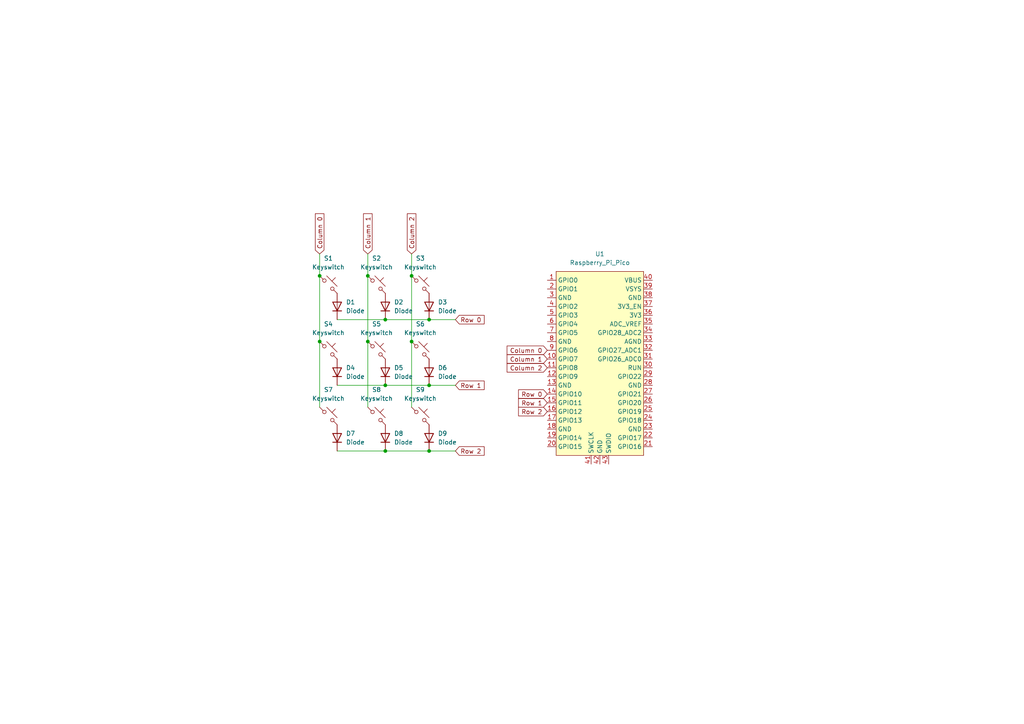
<source format=kicad_sch>
(kicad_sch
	(version 20231120)
	(generator "eeschema")
	(generator_version "8.0")
	(uuid "05311c9d-2b4a-43fe-b945-9babcc3cd2a8")
	(paper "A4")
	(title_block
		(title "3x3 PiPico Macropad")
		(date "2025-05-09")
		(rev "1")
	)
	(lib_symbols
		(symbol "ScottoKeebs:MCU_Raspberry_Pi_Pico"
			(exclude_from_sim no)
			(in_bom yes)
			(on_board yes)
			(property "Reference" "U"
				(at 0 0 0)
				(effects
					(font
						(size 1.27 1.27)
					)
				)
			)
			(property "Value" "Raspberry_Pi_Pico"
				(at 0 27.94 0)
				(effects
					(font
						(size 1.27 1.27)
					)
				)
			)
			(property "Footprint" "ScottoKeebs_MCU:Raspberry_Pi_Pico"
				(at 0 30.48 0)
				(effects
					(font
						(size 1.27 1.27)
					)
					(hide yes)
				)
			)
			(property "Datasheet" ""
				(at 0 0 0)
				(effects
					(font
						(size 1.27 1.27)
					)
					(hide yes)
				)
			)
			(property "Description" ""
				(at 0 0 0)
				(effects
					(font
						(size 1.27 1.27)
					)
					(hide yes)
				)
			)
			(symbol "MCU_Raspberry_Pi_Pico_0_1"
				(rectangle
					(start -12.7 26.67)
					(end 12.7 -26.67)
					(stroke
						(width 0)
						(type default)
					)
					(fill
						(type background)
					)
				)
			)
			(symbol "MCU_Raspberry_Pi_Pico_1_1"
				(pin bidirectional line
					(at -15.24 24.13 0)
					(length 2.54)
					(name "GPIO0"
						(effects
							(font
								(size 1.27 1.27)
							)
						)
					)
					(number "1"
						(effects
							(font
								(size 1.27 1.27)
							)
						)
					)
				)
				(pin bidirectional line
					(at -15.24 1.27 0)
					(length 2.54)
					(name "GPIO7"
						(effects
							(font
								(size 1.27 1.27)
							)
						)
					)
					(number "10"
						(effects
							(font
								(size 1.27 1.27)
							)
						)
					)
				)
				(pin bidirectional line
					(at -15.24 -1.27 0)
					(length 2.54)
					(name "GPIO8"
						(effects
							(font
								(size 1.27 1.27)
							)
						)
					)
					(number "11"
						(effects
							(font
								(size 1.27 1.27)
							)
						)
					)
				)
				(pin bidirectional line
					(at -15.24 -3.81 0)
					(length 2.54)
					(name "GPIO9"
						(effects
							(font
								(size 1.27 1.27)
							)
						)
					)
					(number "12"
						(effects
							(font
								(size 1.27 1.27)
							)
						)
					)
				)
				(pin power_in line
					(at -15.24 -6.35 0)
					(length 2.54)
					(name "GND"
						(effects
							(font
								(size 1.27 1.27)
							)
						)
					)
					(number "13"
						(effects
							(font
								(size 1.27 1.27)
							)
						)
					)
				)
				(pin bidirectional line
					(at -15.24 -8.89 0)
					(length 2.54)
					(name "GPIO10"
						(effects
							(font
								(size 1.27 1.27)
							)
						)
					)
					(number "14"
						(effects
							(font
								(size 1.27 1.27)
							)
						)
					)
				)
				(pin bidirectional line
					(at -15.24 -11.43 0)
					(length 2.54)
					(name "GPIO11"
						(effects
							(font
								(size 1.27 1.27)
							)
						)
					)
					(number "15"
						(effects
							(font
								(size 1.27 1.27)
							)
						)
					)
				)
				(pin bidirectional line
					(at -15.24 -13.97 0)
					(length 2.54)
					(name "GPIO12"
						(effects
							(font
								(size 1.27 1.27)
							)
						)
					)
					(number "16"
						(effects
							(font
								(size 1.27 1.27)
							)
						)
					)
				)
				(pin bidirectional line
					(at -15.24 -16.51 0)
					(length 2.54)
					(name "GPIO13"
						(effects
							(font
								(size 1.27 1.27)
							)
						)
					)
					(number "17"
						(effects
							(font
								(size 1.27 1.27)
							)
						)
					)
				)
				(pin power_in line
					(at -15.24 -19.05 0)
					(length 2.54)
					(name "GND"
						(effects
							(font
								(size 1.27 1.27)
							)
						)
					)
					(number "18"
						(effects
							(font
								(size 1.27 1.27)
							)
						)
					)
				)
				(pin bidirectional line
					(at -15.24 -21.59 0)
					(length 2.54)
					(name "GPIO14"
						(effects
							(font
								(size 1.27 1.27)
							)
						)
					)
					(number "19"
						(effects
							(font
								(size 1.27 1.27)
							)
						)
					)
				)
				(pin bidirectional line
					(at -15.24 21.59 0)
					(length 2.54)
					(name "GPIO1"
						(effects
							(font
								(size 1.27 1.27)
							)
						)
					)
					(number "2"
						(effects
							(font
								(size 1.27 1.27)
							)
						)
					)
				)
				(pin bidirectional line
					(at -15.24 -24.13 0)
					(length 2.54)
					(name "GPIO15"
						(effects
							(font
								(size 1.27 1.27)
							)
						)
					)
					(number "20"
						(effects
							(font
								(size 1.27 1.27)
							)
						)
					)
				)
				(pin bidirectional line
					(at 15.24 -24.13 180)
					(length 2.54)
					(name "GPIO16"
						(effects
							(font
								(size 1.27 1.27)
							)
						)
					)
					(number "21"
						(effects
							(font
								(size 1.27 1.27)
							)
						)
					)
				)
				(pin bidirectional line
					(at 15.24 -21.59 180)
					(length 2.54)
					(name "GPIO17"
						(effects
							(font
								(size 1.27 1.27)
							)
						)
					)
					(number "22"
						(effects
							(font
								(size 1.27 1.27)
							)
						)
					)
				)
				(pin power_in line
					(at 15.24 -19.05 180)
					(length 2.54)
					(name "GND"
						(effects
							(font
								(size 1.27 1.27)
							)
						)
					)
					(number "23"
						(effects
							(font
								(size 1.27 1.27)
							)
						)
					)
				)
				(pin bidirectional line
					(at 15.24 -16.51 180)
					(length 2.54)
					(name "GPIO18"
						(effects
							(font
								(size 1.27 1.27)
							)
						)
					)
					(number "24"
						(effects
							(font
								(size 1.27 1.27)
							)
						)
					)
				)
				(pin bidirectional line
					(at 15.24 -13.97 180)
					(length 2.54)
					(name "GPIO19"
						(effects
							(font
								(size 1.27 1.27)
							)
						)
					)
					(number "25"
						(effects
							(font
								(size 1.27 1.27)
							)
						)
					)
				)
				(pin bidirectional line
					(at 15.24 -11.43 180)
					(length 2.54)
					(name "GPIO20"
						(effects
							(font
								(size 1.27 1.27)
							)
						)
					)
					(number "26"
						(effects
							(font
								(size 1.27 1.27)
							)
						)
					)
				)
				(pin bidirectional line
					(at 15.24 -8.89 180)
					(length 2.54)
					(name "GPIO21"
						(effects
							(font
								(size 1.27 1.27)
							)
						)
					)
					(number "27"
						(effects
							(font
								(size 1.27 1.27)
							)
						)
					)
				)
				(pin power_in line
					(at 15.24 -6.35 180)
					(length 2.54)
					(name "GND"
						(effects
							(font
								(size 1.27 1.27)
							)
						)
					)
					(number "28"
						(effects
							(font
								(size 1.27 1.27)
							)
						)
					)
				)
				(pin bidirectional line
					(at 15.24 -3.81 180)
					(length 2.54)
					(name "GPIO22"
						(effects
							(font
								(size 1.27 1.27)
							)
						)
					)
					(number "29"
						(effects
							(font
								(size 1.27 1.27)
							)
						)
					)
				)
				(pin power_in line
					(at -15.24 19.05 0)
					(length 2.54)
					(name "GND"
						(effects
							(font
								(size 1.27 1.27)
							)
						)
					)
					(number "3"
						(effects
							(font
								(size 1.27 1.27)
							)
						)
					)
				)
				(pin input line
					(at 15.24 -1.27 180)
					(length 2.54)
					(name "RUN"
						(effects
							(font
								(size 1.27 1.27)
							)
						)
					)
					(number "30"
						(effects
							(font
								(size 1.27 1.27)
							)
						)
					)
				)
				(pin bidirectional line
					(at 15.24 1.27 180)
					(length 2.54)
					(name "GPIO26_ADC0"
						(effects
							(font
								(size 1.27 1.27)
							)
						)
					)
					(number "31"
						(effects
							(font
								(size 1.27 1.27)
							)
						)
					)
				)
				(pin bidirectional line
					(at 15.24 3.81 180)
					(length 2.54)
					(name "GPIO27_ADC1"
						(effects
							(font
								(size 1.27 1.27)
							)
						)
					)
					(number "32"
						(effects
							(font
								(size 1.27 1.27)
							)
						)
					)
				)
				(pin power_in line
					(at 15.24 6.35 180)
					(length 2.54)
					(name "AGND"
						(effects
							(font
								(size 1.27 1.27)
							)
						)
					)
					(number "33"
						(effects
							(font
								(size 1.27 1.27)
							)
						)
					)
				)
				(pin bidirectional line
					(at 15.24 8.89 180)
					(length 2.54)
					(name "GPIO28_ADC2"
						(effects
							(font
								(size 1.27 1.27)
							)
						)
					)
					(number "34"
						(effects
							(font
								(size 1.27 1.27)
							)
						)
					)
				)
				(pin power_in line
					(at 15.24 11.43 180)
					(length 2.54)
					(name "ADC_VREF"
						(effects
							(font
								(size 1.27 1.27)
							)
						)
					)
					(number "35"
						(effects
							(font
								(size 1.27 1.27)
							)
						)
					)
				)
				(pin power_in line
					(at 15.24 13.97 180)
					(length 2.54)
					(name "3V3"
						(effects
							(font
								(size 1.27 1.27)
							)
						)
					)
					(number "36"
						(effects
							(font
								(size 1.27 1.27)
							)
						)
					)
				)
				(pin input line
					(at 15.24 16.51 180)
					(length 2.54)
					(name "3V3_EN"
						(effects
							(font
								(size 1.27 1.27)
							)
						)
					)
					(number "37"
						(effects
							(font
								(size 1.27 1.27)
							)
						)
					)
				)
				(pin bidirectional line
					(at 15.24 19.05 180)
					(length 2.54)
					(name "GND"
						(effects
							(font
								(size 1.27 1.27)
							)
						)
					)
					(number "38"
						(effects
							(font
								(size 1.27 1.27)
							)
						)
					)
				)
				(pin power_in line
					(at 15.24 21.59 180)
					(length 2.54)
					(name "VSYS"
						(effects
							(font
								(size 1.27 1.27)
							)
						)
					)
					(number "39"
						(effects
							(font
								(size 1.27 1.27)
							)
						)
					)
				)
				(pin bidirectional line
					(at -15.24 16.51 0)
					(length 2.54)
					(name "GPIO2"
						(effects
							(font
								(size 1.27 1.27)
							)
						)
					)
					(number "4"
						(effects
							(font
								(size 1.27 1.27)
							)
						)
					)
				)
				(pin power_in line
					(at 15.24 24.13 180)
					(length 2.54)
					(name "VBUS"
						(effects
							(font
								(size 1.27 1.27)
							)
						)
					)
					(number "40"
						(effects
							(font
								(size 1.27 1.27)
							)
						)
					)
				)
				(pin input line
					(at -2.54 -29.21 90)
					(length 2.54)
					(name "SWCLK"
						(effects
							(font
								(size 1.27 1.27)
							)
						)
					)
					(number "41"
						(effects
							(font
								(size 1.27 1.27)
							)
						)
					)
				)
				(pin power_in line
					(at 0 -29.21 90)
					(length 2.54)
					(name "GND"
						(effects
							(font
								(size 1.27 1.27)
							)
						)
					)
					(number "42"
						(effects
							(font
								(size 1.27 1.27)
							)
						)
					)
				)
				(pin bidirectional line
					(at 2.54 -29.21 90)
					(length 2.54)
					(name "SWDIO"
						(effects
							(font
								(size 1.27 1.27)
							)
						)
					)
					(number "43"
						(effects
							(font
								(size 1.27 1.27)
							)
						)
					)
				)
				(pin bidirectional line
					(at -15.24 13.97 0)
					(length 2.54)
					(name "GPIO3"
						(effects
							(font
								(size 1.27 1.27)
							)
						)
					)
					(number "5"
						(effects
							(font
								(size 1.27 1.27)
							)
						)
					)
				)
				(pin bidirectional line
					(at -15.24 11.43 0)
					(length 2.54)
					(name "GPIO4"
						(effects
							(font
								(size 1.27 1.27)
							)
						)
					)
					(number "6"
						(effects
							(font
								(size 1.27 1.27)
							)
						)
					)
				)
				(pin bidirectional line
					(at -15.24 8.89 0)
					(length 2.54)
					(name "GPIO5"
						(effects
							(font
								(size 1.27 1.27)
							)
						)
					)
					(number "7"
						(effects
							(font
								(size 1.27 1.27)
							)
						)
					)
				)
				(pin power_in line
					(at -15.24 6.35 0)
					(length 2.54)
					(name "GND"
						(effects
							(font
								(size 1.27 1.27)
							)
						)
					)
					(number "8"
						(effects
							(font
								(size 1.27 1.27)
							)
						)
					)
				)
				(pin bidirectional line
					(at -15.24 3.81 0)
					(length 2.54)
					(name "GPIO6"
						(effects
							(font
								(size 1.27 1.27)
							)
						)
					)
					(number "9"
						(effects
							(font
								(size 1.27 1.27)
							)
						)
					)
				)
			)
		)
		(symbol "ScottoKeebs:Placeholder_Diode"
			(pin_numbers hide)
			(pin_names hide)
			(exclude_from_sim no)
			(in_bom yes)
			(on_board yes)
			(property "Reference" "D"
				(at 0 2.54 0)
				(effects
					(font
						(size 1.27 1.27)
					)
				)
			)
			(property "Value" "Diode"
				(at 0 -2.54 0)
				(effects
					(font
						(size 1.27 1.27)
					)
				)
			)
			(property "Footprint" ""
				(at 0 0 0)
				(effects
					(font
						(size 1.27 1.27)
					)
					(hide yes)
				)
			)
			(property "Datasheet" ""
				(at 0 0 0)
				(effects
					(font
						(size 1.27 1.27)
					)
					(hide yes)
				)
			)
			(property "Description" "1N4148 (DO-35) or 1N4148W (SOD-123)"
				(at 0 0 0)
				(effects
					(font
						(size 1.27 1.27)
					)
					(hide yes)
				)
			)
			(property "Sim.Device" "D"
				(at 0 0 0)
				(effects
					(font
						(size 1.27 1.27)
					)
					(hide yes)
				)
			)
			(property "Sim.Pins" "1=K 2=A"
				(at 0 0 0)
				(effects
					(font
						(size 1.27 1.27)
					)
					(hide yes)
				)
			)
			(property "ki_keywords" "diode"
				(at 0 0 0)
				(effects
					(font
						(size 1.27 1.27)
					)
					(hide yes)
				)
			)
			(property "ki_fp_filters" "D*DO?35*"
				(at 0 0 0)
				(effects
					(font
						(size 1.27 1.27)
					)
					(hide yes)
				)
			)
			(symbol "Placeholder_Diode_0_1"
				(polyline
					(pts
						(xy -1.27 1.27) (xy -1.27 -1.27)
					)
					(stroke
						(width 0.254)
						(type default)
					)
					(fill
						(type none)
					)
				)
				(polyline
					(pts
						(xy 1.27 0) (xy -1.27 0)
					)
					(stroke
						(width 0)
						(type default)
					)
					(fill
						(type none)
					)
				)
				(polyline
					(pts
						(xy 1.27 1.27) (xy 1.27 -1.27) (xy -1.27 0) (xy 1.27 1.27)
					)
					(stroke
						(width 0.254)
						(type default)
					)
					(fill
						(type none)
					)
				)
			)
			(symbol "Placeholder_Diode_1_1"
				(pin passive line
					(at -3.81 0 0)
					(length 2.54)
					(name "K"
						(effects
							(font
								(size 1.27 1.27)
							)
						)
					)
					(number "1"
						(effects
							(font
								(size 1.27 1.27)
							)
						)
					)
				)
				(pin passive line
					(at 3.81 0 180)
					(length 2.54)
					(name "A"
						(effects
							(font
								(size 1.27 1.27)
							)
						)
					)
					(number "2"
						(effects
							(font
								(size 1.27 1.27)
							)
						)
					)
				)
			)
		)
		(symbol "ScottoKeebs:Placeholder_Keyswitch"
			(pin_numbers hide)
			(pin_names
				(offset 1.016) hide)
			(exclude_from_sim no)
			(in_bom yes)
			(on_board yes)
			(property "Reference" "S"
				(at 3.048 1.016 0)
				(effects
					(font
						(size 1.27 1.27)
					)
					(justify left)
				)
			)
			(property "Value" "Keyswitch"
				(at 0 -3.81 0)
				(effects
					(font
						(size 1.27 1.27)
					)
				)
			)
			(property "Footprint" ""
				(at 0 0 0)
				(effects
					(font
						(size 1.27 1.27)
					)
					(hide yes)
				)
			)
			(property "Datasheet" "~"
				(at 0 0 0)
				(effects
					(font
						(size 1.27 1.27)
					)
					(hide yes)
				)
			)
			(property "Description" "Push button switch, normally open, two pins, 45° tilted"
				(at 0 0 0)
				(effects
					(font
						(size 1.27 1.27)
					)
					(hide yes)
				)
			)
			(property "ki_keywords" "switch normally-open pushbutton push-button"
				(at 0 0 0)
				(effects
					(font
						(size 1.27 1.27)
					)
					(hide yes)
				)
			)
			(symbol "Placeholder_Keyswitch_0_1"
				(circle
					(center -1.1684 1.1684)
					(radius 0.508)
					(stroke
						(width 0)
						(type default)
					)
					(fill
						(type none)
					)
				)
				(polyline
					(pts
						(xy -0.508 2.54) (xy 2.54 -0.508)
					)
					(stroke
						(width 0)
						(type default)
					)
					(fill
						(type none)
					)
				)
				(polyline
					(pts
						(xy 1.016 1.016) (xy 2.032 2.032)
					)
					(stroke
						(width 0)
						(type default)
					)
					(fill
						(type none)
					)
				)
				(polyline
					(pts
						(xy -2.54 2.54) (xy -1.524 1.524) (xy -1.524 1.524)
					)
					(stroke
						(width 0)
						(type default)
					)
					(fill
						(type none)
					)
				)
				(polyline
					(pts
						(xy 1.524 -1.524) (xy 2.54 -2.54) (xy 2.54 -2.54) (xy 2.54 -2.54)
					)
					(stroke
						(width 0)
						(type default)
					)
					(fill
						(type none)
					)
				)
				(circle
					(center 1.143 -1.1938)
					(radius 0.508)
					(stroke
						(width 0)
						(type default)
					)
					(fill
						(type none)
					)
				)
				(pin passive line
					(at -2.54 2.54 0)
					(length 0)
					(name "1"
						(effects
							(font
								(size 1.27 1.27)
							)
						)
					)
					(number "1"
						(effects
							(font
								(size 1.27 1.27)
							)
						)
					)
				)
				(pin passive line
					(at 2.54 -2.54 180)
					(length 0)
					(name "2"
						(effects
							(font
								(size 1.27 1.27)
							)
						)
					)
					(number "2"
						(effects
							(font
								(size 1.27 1.27)
							)
						)
					)
				)
			)
		)
	)
	(junction
		(at 124.46 111.76)
		(diameter 0)
		(color 0 0 0 0)
		(uuid "19f667e6-9b79-4730-b8a6-51dd2fbcce9e")
	)
	(junction
		(at 111.76 130.81)
		(diameter 0)
		(color 0 0 0 0)
		(uuid "3ab58c81-f9e0-4374-95c5-088a3ac4fb39")
	)
	(junction
		(at 124.46 92.71)
		(diameter 0)
		(color 0 0 0 0)
		(uuid "4a8cacb8-4a6e-451f-b99a-ef4e72a92f06")
	)
	(junction
		(at 106.68 80.01)
		(diameter 0)
		(color 0 0 0 0)
		(uuid "4c56b21a-3bc2-4e42-afb2-ccecbac47519")
	)
	(junction
		(at 111.76 111.76)
		(diameter 0)
		(color 0 0 0 0)
		(uuid "6e2df511-7e3f-41c5-9e5a-59ee31b0f10c")
	)
	(junction
		(at 119.38 99.06)
		(diameter 0)
		(color 0 0 0 0)
		(uuid "703ea0b7-af56-4fb3-ad5d-1d16603b55e8")
	)
	(junction
		(at 111.76 92.71)
		(diameter 0)
		(color 0 0 0 0)
		(uuid "91dbf51f-a29c-49df-aed3-c485cf0995c2")
	)
	(junction
		(at 92.71 80.01)
		(diameter 0)
		(color 0 0 0 0)
		(uuid "ab7e2222-72b3-4535-a80b-b7494c929935")
	)
	(junction
		(at 106.68 99.06)
		(diameter 0)
		(color 0 0 0 0)
		(uuid "af4c4a64-d8ed-4cda-8cfe-20ddef71be92")
	)
	(junction
		(at 92.71 99.06)
		(diameter 0)
		(color 0 0 0 0)
		(uuid "b79c7ab4-5eb5-4afa-b4d3-191e38bf600b")
	)
	(junction
		(at 124.46 130.81)
		(diameter 0)
		(color 0 0 0 0)
		(uuid "bda4f7a8-c009-4c43-9071-0ced591084a6")
	)
	(junction
		(at 119.38 80.01)
		(diameter 0)
		(color 0 0 0 0)
		(uuid "c3c6775b-15e1-4a92-adf7-cf9c4d184bd9")
	)
	(wire
		(pts
			(xy 119.38 73.66) (xy 119.38 80.01)
		)
		(stroke
			(width 0)
			(type default)
		)
		(uuid "02d4fb18-11ec-4653-8b7d-6077aefc4dcc")
	)
	(wire
		(pts
			(xy 92.71 80.01) (xy 92.71 99.06)
		)
		(stroke
			(width 0)
			(type default)
		)
		(uuid "292c64d2-8639-4f04-a3a6-920870210434")
	)
	(wire
		(pts
			(xy 97.79 130.81) (xy 111.76 130.81)
		)
		(stroke
			(width 0)
			(type default)
		)
		(uuid "3b8f44fb-bfda-4473-b12c-cee218b2808f")
	)
	(wire
		(pts
			(xy 119.38 80.01) (xy 119.38 99.06)
		)
		(stroke
			(width 0)
			(type default)
		)
		(uuid "3d6aad11-6bf2-40f4-a2c4-fe5be5c32d07")
	)
	(wire
		(pts
			(xy 111.76 130.81) (xy 124.46 130.81)
		)
		(stroke
			(width 0)
			(type default)
		)
		(uuid "4353a98f-89a0-4fc3-819d-7fa42f8bb52d")
	)
	(wire
		(pts
			(xy 92.71 73.66) (xy 92.71 80.01)
		)
		(stroke
			(width 0)
			(type default)
		)
		(uuid "443cbdb1-1d63-41f9-bf54-70c22fb250bf")
	)
	(wire
		(pts
			(xy 132.08 92.71) (xy 124.46 92.71)
		)
		(stroke
			(width 0)
			(type default)
		)
		(uuid "497c2143-e9f1-4fbe-b333-d511594b426e")
	)
	(wire
		(pts
			(xy 119.38 99.06) (xy 119.38 118.11)
		)
		(stroke
			(width 0)
			(type default)
		)
		(uuid "58d6f77c-2886-4f48-ac65-02d3261981a3")
	)
	(wire
		(pts
			(xy 97.79 92.71) (xy 111.76 92.71)
		)
		(stroke
			(width 0)
			(type default)
		)
		(uuid "599f7e5d-9ad4-4378-84e9-892f85c535ab")
	)
	(wire
		(pts
			(xy 132.08 111.76) (xy 124.46 111.76)
		)
		(stroke
			(width 0)
			(type default)
		)
		(uuid "5d9e986a-5288-4b90-9e46-531de7b82994")
	)
	(wire
		(pts
			(xy 92.71 99.06) (xy 92.71 118.11)
		)
		(stroke
			(width 0)
			(type default)
		)
		(uuid "653a396c-8c0b-4b48-b74d-d38011e3fedf")
	)
	(wire
		(pts
			(xy 106.68 99.06) (xy 106.68 118.11)
		)
		(stroke
			(width 0)
			(type default)
		)
		(uuid "69d9db04-1e5e-48ad-9aa1-5dc949515ef5")
	)
	(wire
		(pts
			(xy 97.79 111.76) (xy 111.76 111.76)
		)
		(stroke
			(width 0)
			(type default)
		)
		(uuid "8e3a39c3-7a10-4264-ad6b-2e7bdbc56dd5")
	)
	(wire
		(pts
			(xy 111.76 92.71) (xy 124.46 92.71)
		)
		(stroke
			(width 0)
			(type default)
		)
		(uuid "9027ad07-1dcb-4b9a-a5f7-acd0277f3a00")
	)
	(wire
		(pts
			(xy 132.08 130.81) (xy 124.46 130.81)
		)
		(stroke
			(width 0)
			(type default)
		)
		(uuid "99cd01fa-bc37-44b8-a829-ac706de9d64c")
	)
	(wire
		(pts
			(xy 106.68 80.01) (xy 106.68 99.06)
		)
		(stroke
			(width 0)
			(type default)
		)
		(uuid "a4ebc717-cd15-48d9-aff4-1170005a5ba8")
	)
	(wire
		(pts
			(xy 106.68 73.66) (xy 106.68 80.01)
		)
		(stroke
			(width 0)
			(type default)
		)
		(uuid "b794d6a1-9169-4e43-a4f5-9ff02ce99810")
	)
	(wire
		(pts
			(xy 111.76 111.76) (xy 124.46 111.76)
		)
		(stroke
			(width 0)
			(type default)
		)
		(uuid "c633a4ce-5fdb-463a-8e54-c8ac23f1dfb3")
	)
	(global_label "Column 1"
		(shape input)
		(at 158.75 104.14 180)
		(fields_autoplaced yes)
		(effects
			(font
				(size 1.27 1.27)
			)
			(justify right)
		)
		(uuid "17b93538-d5c1-4fc8-89eb-67fe96a5805a")
		(property "Intersheetrefs" "${INTERSHEET_REFS}"
			(at 146.5122 104.14 0)
			(effects
				(font
					(size 1.27 1.27)
				)
				(justify right)
				(hide yes)
			)
		)
	)
	(global_label "Column 2"
		(shape input)
		(at 119.38 73.66 90)
		(fields_autoplaced yes)
		(effects
			(font
				(size 1.27 1.27)
			)
			(justify left)
		)
		(uuid "37fbf749-a560-4bfd-93b9-63bd6c201cb3")
		(property "Intersheetrefs" "${INTERSHEET_REFS}"
			(at 119.38 61.4222 90)
			(effects
				(font
					(size 1.27 1.27)
				)
				(justify left)
				(hide yes)
			)
		)
	)
	(global_label "Column 0"
		(shape input)
		(at 158.75 101.6 180)
		(fields_autoplaced yes)
		(effects
			(font
				(size 1.27 1.27)
			)
			(justify right)
		)
		(uuid "6bb5d9ee-bbff-4238-9945-cfd18306fc2a")
		(property "Intersheetrefs" "${INTERSHEET_REFS}"
			(at 146.5122 101.6 0)
			(effects
				(font
					(size 1.27 1.27)
				)
				(justify right)
				(hide yes)
			)
		)
	)
	(global_label "Column 1"
		(shape input)
		(at 106.68 73.66 90)
		(fields_autoplaced yes)
		(effects
			(font
				(size 1.27 1.27)
			)
			(justify left)
		)
		(uuid "764b6939-ca64-4fd8-ba15-1f1229b8f4c3")
		(property "Intersheetrefs" "${INTERSHEET_REFS}"
			(at 106.68 61.4222 90)
			(effects
				(font
					(size 1.27 1.27)
				)
				(justify left)
				(hide yes)
			)
		)
	)
	(global_label "Row 2"
		(shape input)
		(at 158.75 119.38 180)
		(fields_autoplaced yes)
		(effects
			(font
				(size 1.27 1.27)
			)
			(justify right)
		)
		(uuid "8a510636-5086-4505-9858-80b92bd7b5d6")
		(property "Intersheetrefs" "${INTERSHEET_REFS}"
			(at 149.8382 119.38 0)
			(effects
				(font
					(size 1.27 1.27)
				)
				(justify right)
				(hide yes)
			)
		)
	)
	(global_label "Column 2"
		(shape input)
		(at 158.75 106.68 180)
		(fields_autoplaced yes)
		(effects
			(font
				(size 1.27 1.27)
			)
			(justify right)
		)
		(uuid "b00c53cc-6e69-419f-b368-99dc1f119d77")
		(property "Intersheetrefs" "${INTERSHEET_REFS}"
			(at 146.5122 106.68 0)
			(effects
				(font
					(size 1.27 1.27)
				)
				(justify right)
				(hide yes)
			)
		)
	)
	(global_label "Row 1"
		(shape input)
		(at 158.75 116.84 180)
		(fields_autoplaced yes)
		(effects
			(font
				(size 1.27 1.27)
			)
			(justify right)
		)
		(uuid "b78ea9ab-ee81-4a12-b671-6f8eb80b0a37")
		(property "Intersheetrefs" "${INTERSHEET_REFS}"
			(at 149.8382 116.84 0)
			(effects
				(font
					(size 1.27 1.27)
				)
				(justify right)
				(hide yes)
			)
		)
	)
	(global_label "Row 2"
		(shape input)
		(at 132.08 130.81 0)
		(fields_autoplaced yes)
		(effects
			(font
				(size 1.27 1.27)
			)
			(justify left)
		)
		(uuid "ce4cceb2-1d84-466c-9c16-0c190db09375")
		(property "Intersheetrefs" "${INTERSHEET_REFS}"
			(at 140.9918 130.81 0)
			(effects
				(font
					(size 1.27 1.27)
				)
				(justify left)
				(hide yes)
			)
		)
	)
	(global_label "Row 0"
		(shape input)
		(at 132.08 92.71 0)
		(fields_autoplaced yes)
		(effects
			(font
				(size 1.27 1.27)
			)
			(justify left)
		)
		(uuid "d01731bf-0806-47e8-90f7-b97177ba37d9")
		(property "Intersheetrefs" "${INTERSHEET_REFS}"
			(at 140.9918 92.71 0)
			(effects
				(font
					(size 1.27 1.27)
				)
				(justify left)
				(hide yes)
			)
		)
	)
	(global_label "Row 0"
		(shape input)
		(at 158.75 114.3 180)
		(fields_autoplaced yes)
		(effects
			(font
				(size 1.27 1.27)
			)
			(justify right)
		)
		(uuid "e1b0ff71-ce40-4333-8b4f-92a2ef6e9d45")
		(property "Intersheetrefs" "${INTERSHEET_REFS}"
			(at 149.8382 114.3 0)
			(effects
				(font
					(size 1.27 1.27)
				)
				(justify right)
				(hide yes)
			)
		)
	)
	(global_label "Row 1"
		(shape input)
		(at 132.08 111.76 0)
		(fields_autoplaced yes)
		(effects
			(font
				(size 1.27 1.27)
			)
			(justify left)
		)
		(uuid "f7bb2ea3-820b-4a38-ae67-711ea7f95996")
		(property "Intersheetrefs" "${INTERSHEET_REFS}"
			(at 140.9918 111.76 0)
			(effects
				(font
					(size 1.27 1.27)
				)
				(justify left)
				(hide yes)
			)
		)
	)
	(global_label "Column 0"
		(shape input)
		(at 92.71 73.66 90)
		(fields_autoplaced yes)
		(effects
			(font
				(size 1.27 1.27)
			)
			(justify left)
		)
		(uuid "fcd22b8d-67b4-4813-8c8f-e21742871092")
		(property "Intersheetrefs" "${INTERSHEET_REFS}"
			(at 92.71 61.4222 90)
			(effects
				(font
					(size 1.27 1.27)
				)
				(justify left)
				(hide yes)
			)
		)
	)
	(symbol
		(lib_id "ScottoKeebs:Placeholder_Keyswitch")
		(at 121.92 82.55 0)
		(unit 1)
		(exclude_from_sim no)
		(in_bom yes)
		(on_board yes)
		(dnp no)
		(fields_autoplaced yes)
		(uuid "0de42408-06ac-4e59-8f87-37f7b365ab13")
		(property "Reference" "S3"
			(at 121.92 74.93 0)
			(effects
				(font
					(size 1.27 1.27)
				)
			)
		)
		(property "Value" "Keyswitch"
			(at 121.92 77.47 0)
			(effects
				(font
					(size 1.27 1.27)
				)
			)
		)
		(property "Footprint" "ScottoKeebs_MX:MX_PCB_1.00u"
			(at 121.92 82.55 0)
			(effects
				(font
					(size 1.27 1.27)
				)
				(hide yes)
			)
		)
		(property "Datasheet" "~"
			(at 121.92 82.55 0)
			(effects
				(font
					(size 1.27 1.27)
				)
				(hide yes)
			)
		)
		(property "Description" "Push button switch, normally open, two pins, 45° tilted"
			(at 121.92 82.55 0)
			(effects
				(font
					(size 1.27 1.27)
				)
				(hide yes)
			)
		)
		(pin "2"
			(uuid "0d43ee89-5468-47f8-8d6b-e8f0eaae3cc4")
		)
		(pin "1"
			(uuid "a3603e82-b38c-45bb-971a-46f135fe93b3")
		)
		(instances
			(project "MacroPadV1"
				(path "/05311c9d-2b4a-43fe-b945-9babcc3cd2a8"
					(reference "S3")
					(unit 1)
				)
			)
		)
	)
	(symbol
		(lib_id "ScottoKeebs:Placeholder_Keyswitch")
		(at 95.25 120.65 0)
		(unit 1)
		(exclude_from_sim no)
		(in_bom yes)
		(on_board yes)
		(dnp no)
		(fields_autoplaced yes)
		(uuid "0fbf4376-cfdd-448a-bb5c-31dc711f12b5")
		(property "Reference" "S7"
			(at 95.25 113.03 0)
			(effects
				(font
					(size 1.27 1.27)
				)
			)
		)
		(property "Value" "Keyswitch"
			(at 95.25 115.57 0)
			(effects
				(font
					(size 1.27 1.27)
				)
			)
		)
		(property "Footprint" "ScottoKeebs_MX:MX_PCB_1.00u"
			(at 95.25 120.65 0)
			(effects
				(font
					(size 1.27 1.27)
				)
				(hide yes)
			)
		)
		(property "Datasheet" "~"
			(at 95.25 120.65 0)
			(effects
				(font
					(size 1.27 1.27)
				)
				(hide yes)
			)
		)
		(property "Description" "Push button switch, normally open, two pins, 45° tilted"
			(at 95.25 120.65 0)
			(effects
				(font
					(size 1.27 1.27)
				)
				(hide yes)
			)
		)
		(pin "2"
			(uuid "c9270bc1-c304-4f14-90d5-493dc97252f6")
		)
		(pin "1"
			(uuid "4217d05f-dc54-418b-a1b2-3e87e88c868b")
		)
		(instances
			(project "MacroPadV1"
				(path "/05311c9d-2b4a-43fe-b945-9babcc3cd2a8"
					(reference "S7")
					(unit 1)
				)
			)
		)
	)
	(symbol
		(lib_id "ScottoKeebs:Placeholder_Diode")
		(at 97.79 88.9 90)
		(unit 1)
		(exclude_from_sim no)
		(in_bom yes)
		(on_board yes)
		(dnp no)
		(fields_autoplaced yes)
		(uuid "2ad9ea0a-f9a9-43a5-b84d-e8d8adc12dc4")
		(property "Reference" "D1"
			(at 100.33 87.6299 90)
			(effects
				(font
					(size 1.27 1.27)
				)
				(justify right)
			)
		)
		(property "Value" "Diode"
			(at 100.33 90.1699 90)
			(effects
				(font
					(size 1.27 1.27)
				)
				(justify right)
			)
		)
		(property "Footprint" "ScottoKeebs_Components:Diode_SOD-123"
			(at 97.79 88.9 0)
			(effects
				(font
					(size 1.27 1.27)
				)
				(hide yes)
			)
		)
		(property "Datasheet" ""
			(at 97.79 88.9 0)
			(effects
				(font
					(size 1.27 1.27)
				)
				(hide yes)
			)
		)
		(property "Description" "1N4148 (DO-35) or 1N4148W (SOD-123)"
			(at 97.79 88.9 0)
			(effects
				(font
					(size 1.27 1.27)
				)
				(hide yes)
			)
		)
		(property "Sim.Device" "D"
			(at 97.79 88.9 0)
			(effects
				(font
					(size 1.27 1.27)
				)
				(hide yes)
			)
		)
		(property "Sim.Pins" "1=K 2=A"
			(at 97.79 88.9 0)
			(effects
				(font
					(size 1.27 1.27)
				)
				(hide yes)
			)
		)
		(pin "1"
			(uuid "c4db9b34-028d-450a-9c06-172971119876")
		)
		(pin "2"
			(uuid "7ed20b05-1ff0-4521-860b-6416ad1e255c")
		)
		(instances
			(project ""
				(path "/05311c9d-2b4a-43fe-b945-9babcc3cd2a8"
					(reference "D1")
					(unit 1)
				)
			)
		)
	)
	(symbol
		(lib_id "ScottoKeebs:Placeholder_Diode")
		(at 124.46 88.9 90)
		(unit 1)
		(exclude_from_sim no)
		(in_bom yes)
		(on_board yes)
		(dnp no)
		(uuid "34cf8943-e862-4986-8efb-068bfe5bfce6")
		(property "Reference" "D3"
			(at 127 87.6299 90)
			(effects
				(font
					(size 1.27 1.27)
				)
				(justify right)
			)
		)
		(property "Value" "Diode"
			(at 127 90.1699 90)
			(effects
				(font
					(size 1.27 1.27)
				)
				(justify right)
			)
		)
		(property "Footprint" "ScottoKeebs_Components:Diode_SOD-123"
			(at 124.46 88.9 0)
			(effects
				(font
					(size 1.27 1.27)
				)
				(hide yes)
			)
		)
		(property "Datasheet" ""
			(at 124.46 88.9 0)
			(effects
				(font
					(size 1.27 1.27)
				)
				(hide yes)
			)
		)
		(property "Description" "1N4148 (DO-35) or 1N4148W (SOD-123)"
			(at 124.46 88.9 0)
			(effects
				(font
					(size 1.27 1.27)
				)
				(hide yes)
			)
		)
		(property "Sim.Device" "D"
			(at 124.46 88.9 0)
			(effects
				(font
					(size 1.27 1.27)
				)
				(hide yes)
			)
		)
		(property "Sim.Pins" "1=K 2=A"
			(at 124.46 88.9 0)
			(effects
				(font
					(size 1.27 1.27)
				)
				(hide yes)
			)
		)
		(pin "1"
			(uuid "8de6bdde-3f23-4b8b-a6b7-c186686694e0")
		)
		(pin "2"
			(uuid "c26ae826-461c-4de7-887a-fb13fb6649a6")
		)
		(instances
			(project "MacroPadV1"
				(path "/05311c9d-2b4a-43fe-b945-9babcc3cd2a8"
					(reference "D3")
					(unit 1)
				)
			)
		)
	)
	(symbol
		(lib_id "ScottoKeebs:Placeholder_Keyswitch")
		(at 109.22 120.65 0)
		(unit 1)
		(exclude_from_sim no)
		(in_bom yes)
		(on_board yes)
		(dnp no)
		(fields_autoplaced yes)
		(uuid "3805be1c-5551-42cc-a483-a6a4f6e88c69")
		(property "Reference" "S8"
			(at 109.22 113.03 0)
			(effects
				(font
					(size 1.27 1.27)
				)
			)
		)
		(property "Value" "Keyswitch"
			(at 109.22 115.57 0)
			(effects
				(font
					(size 1.27 1.27)
				)
			)
		)
		(property "Footprint" "ScottoKeebs_MX:MX_PCB_1.00u"
			(at 109.22 120.65 0)
			(effects
				(font
					(size 1.27 1.27)
				)
				(hide yes)
			)
		)
		(property "Datasheet" "~"
			(at 109.22 120.65 0)
			(effects
				(font
					(size 1.27 1.27)
				)
				(hide yes)
			)
		)
		(property "Description" "Push button switch, normally open, two pins, 45° tilted"
			(at 109.22 120.65 0)
			(effects
				(font
					(size 1.27 1.27)
				)
				(hide yes)
			)
		)
		(pin "2"
			(uuid "982ff273-32d7-4293-a974-853a19ce562a")
		)
		(pin "1"
			(uuid "1de54203-7ea8-4943-b6d3-e7b5b84da92b")
		)
		(instances
			(project "MacroPadV1"
				(path "/05311c9d-2b4a-43fe-b945-9babcc3cd2a8"
					(reference "S8")
					(unit 1)
				)
			)
		)
	)
	(symbol
		(lib_id "ScottoKeebs:Placeholder_Diode")
		(at 111.76 88.9 90)
		(unit 1)
		(exclude_from_sim no)
		(in_bom yes)
		(on_board yes)
		(dnp no)
		(fields_autoplaced yes)
		(uuid "3a48c66d-1338-4ddb-9583-b54463a90718")
		(property "Reference" "D2"
			(at 114.3 87.6299 90)
			(effects
				(font
					(size 1.27 1.27)
				)
				(justify right)
			)
		)
		(property "Value" "Diode"
			(at 114.3 90.1699 90)
			(effects
				(font
					(size 1.27 1.27)
				)
				(justify right)
			)
		)
		(property "Footprint" "ScottoKeebs_Components:Diode_SOD-123"
			(at 111.76 88.9 0)
			(effects
				(font
					(size 1.27 1.27)
				)
				(hide yes)
			)
		)
		(property "Datasheet" ""
			(at 111.76 88.9 0)
			(effects
				(font
					(size 1.27 1.27)
				)
				(hide yes)
			)
		)
		(property "Description" "1N4148 (DO-35) or 1N4148W (SOD-123)"
			(at 111.76 88.9 0)
			(effects
				(font
					(size 1.27 1.27)
				)
				(hide yes)
			)
		)
		(property "Sim.Device" "D"
			(at 111.76 88.9 0)
			(effects
				(font
					(size 1.27 1.27)
				)
				(hide yes)
			)
		)
		(property "Sim.Pins" "1=K 2=A"
			(at 111.76 88.9 0)
			(effects
				(font
					(size 1.27 1.27)
				)
				(hide yes)
			)
		)
		(pin "1"
			(uuid "df98c0e8-405d-4ccc-a9c5-f2d90d92f0ab")
		)
		(pin "2"
			(uuid "cb72531f-34ca-4b2a-914f-f8d5f0eb77a4")
		)
		(instances
			(project "MacroPadV1"
				(path "/05311c9d-2b4a-43fe-b945-9babcc3cd2a8"
					(reference "D2")
					(unit 1)
				)
			)
		)
	)
	(symbol
		(lib_id "ScottoKeebs:Placeholder_Keyswitch")
		(at 121.92 120.65 0)
		(unit 1)
		(exclude_from_sim no)
		(in_bom yes)
		(on_board yes)
		(dnp no)
		(fields_autoplaced yes)
		(uuid "5742ea4a-f364-4274-b09f-3f76f3c3d674")
		(property "Reference" "S9"
			(at 121.92 113.03 0)
			(effects
				(font
					(size 1.27 1.27)
				)
			)
		)
		(property "Value" "Keyswitch"
			(at 121.92 115.57 0)
			(effects
				(font
					(size 1.27 1.27)
				)
			)
		)
		(property "Footprint" "ScottoKeebs_MX:MX_PCB_1.00u"
			(at 121.92 120.65 0)
			(effects
				(font
					(size 1.27 1.27)
				)
				(hide yes)
			)
		)
		(property "Datasheet" "~"
			(at 121.92 120.65 0)
			(effects
				(font
					(size 1.27 1.27)
				)
				(hide yes)
			)
		)
		(property "Description" "Push button switch, normally open, two pins, 45° tilted"
			(at 121.92 120.65 0)
			(effects
				(font
					(size 1.27 1.27)
				)
				(hide yes)
			)
		)
		(pin "2"
			(uuid "3d1dcf11-97ac-4659-bb79-a6d7327b18b1")
		)
		(pin "1"
			(uuid "c330de61-18aa-4398-a1d9-887c7b39d325")
		)
		(instances
			(project "MacroPadV1"
				(path "/05311c9d-2b4a-43fe-b945-9babcc3cd2a8"
					(reference "S9")
					(unit 1)
				)
			)
		)
	)
	(symbol
		(lib_id "ScottoKeebs:Placeholder_Keyswitch")
		(at 95.25 82.55 0)
		(unit 1)
		(exclude_from_sim no)
		(in_bom yes)
		(on_board yes)
		(dnp no)
		(fields_autoplaced yes)
		(uuid "766c868a-eb62-48eb-96d1-032f3bce1f0e")
		(property "Reference" "S1"
			(at 95.25 74.93 0)
			(effects
				(font
					(size 1.27 1.27)
				)
			)
		)
		(property "Value" "Keyswitch"
			(at 95.25 77.47 0)
			(effects
				(font
					(size 1.27 1.27)
				)
			)
		)
		(property "Footprint" "ScottoKeebs_MX:MX_PCB_1.00u"
			(at 95.25 82.55 0)
			(effects
				(font
					(size 1.27 1.27)
				)
				(hide yes)
			)
		)
		(property "Datasheet" "~"
			(at 95.25 82.55 0)
			(effects
				(font
					(size 1.27 1.27)
				)
				(hide yes)
			)
		)
		(property "Description" "Push button switch, normally open, two pins, 45° tilted"
			(at 95.25 82.55 0)
			(effects
				(font
					(size 1.27 1.27)
				)
				(hide yes)
			)
		)
		(pin "2"
			(uuid "dd2a8803-e475-440c-ae57-89409d096ad4")
		)
		(pin "1"
			(uuid "e4c1e3fb-7b2c-47c2-8a4a-c6213fe5053c")
		)
		(instances
			(project ""
				(path "/05311c9d-2b4a-43fe-b945-9babcc3cd2a8"
					(reference "S1")
					(unit 1)
				)
			)
		)
	)
	(symbol
		(lib_id "ScottoKeebs:Placeholder_Keyswitch")
		(at 121.92 101.6 0)
		(unit 1)
		(exclude_from_sim no)
		(in_bom yes)
		(on_board yes)
		(dnp no)
		(fields_autoplaced yes)
		(uuid "814fd4b7-8b6b-4e37-8a35-713dd355aebf")
		(property "Reference" "S6"
			(at 121.92 93.98 0)
			(effects
				(font
					(size 1.27 1.27)
				)
			)
		)
		(property "Value" "Keyswitch"
			(at 121.92 96.52 0)
			(effects
				(font
					(size 1.27 1.27)
				)
			)
		)
		(property "Footprint" "ScottoKeebs_MX:MX_PCB_1.00u"
			(at 121.92 101.6 0)
			(effects
				(font
					(size 1.27 1.27)
				)
				(hide yes)
			)
		)
		(property "Datasheet" "~"
			(at 121.92 101.6 0)
			(effects
				(font
					(size 1.27 1.27)
				)
				(hide yes)
			)
		)
		(property "Description" "Push button switch, normally open, two pins, 45° tilted"
			(at 121.92 101.6 0)
			(effects
				(font
					(size 1.27 1.27)
				)
				(hide yes)
			)
		)
		(pin "2"
			(uuid "fbf7b3d8-a2d2-49f3-bed3-8efe2ac61f5a")
		)
		(pin "1"
			(uuid "903a8607-446c-4e58-883b-d5d903d90064")
		)
		(instances
			(project "MacroPadV1"
				(path "/05311c9d-2b4a-43fe-b945-9babcc3cd2a8"
					(reference "S6")
					(unit 1)
				)
			)
		)
	)
	(symbol
		(lib_id "ScottoKeebs:Placeholder_Keyswitch")
		(at 95.25 101.6 0)
		(unit 1)
		(exclude_from_sim no)
		(in_bom yes)
		(on_board yes)
		(dnp no)
		(fields_autoplaced yes)
		(uuid "8aa53547-8edc-4b0d-a33b-72414d46d1ab")
		(property "Reference" "S4"
			(at 95.25 93.98 0)
			(effects
				(font
					(size 1.27 1.27)
				)
			)
		)
		(property "Value" "Keyswitch"
			(at 95.25 96.52 0)
			(effects
				(font
					(size 1.27 1.27)
				)
			)
		)
		(property "Footprint" "ScottoKeebs_MX:MX_PCB_1.00u"
			(at 95.25 101.6 0)
			(effects
				(font
					(size 1.27 1.27)
				)
				(hide yes)
			)
		)
		(property "Datasheet" "~"
			(at 95.25 101.6 0)
			(effects
				(font
					(size 1.27 1.27)
				)
				(hide yes)
			)
		)
		(property "Description" "Push button switch, normally open, two pins, 45° tilted"
			(at 95.25 101.6 0)
			(effects
				(font
					(size 1.27 1.27)
				)
				(hide yes)
			)
		)
		(pin "2"
			(uuid "e945d988-5016-4586-93b7-90b48c30a0d6")
		)
		(pin "1"
			(uuid "c7bdaff4-7933-420e-823b-c381e601c962")
		)
		(instances
			(project "MacroPadV1"
				(path "/05311c9d-2b4a-43fe-b945-9babcc3cd2a8"
					(reference "S4")
					(unit 1)
				)
			)
		)
	)
	(symbol
		(lib_id "ScottoKeebs:MCU_Raspberry_Pi_Pico")
		(at 173.99 105.41 0)
		(unit 1)
		(exclude_from_sim no)
		(in_bom yes)
		(on_board yes)
		(dnp no)
		(fields_autoplaced yes)
		(uuid "a171854d-29d2-488a-abcc-a058d8074b5b")
		(property "Reference" "U1"
			(at 173.99 73.66 0)
			(effects
				(font
					(size 1.27 1.27)
				)
			)
		)
		(property "Value" "Raspberry_Pi_Pico"
			(at 173.99 76.2 0)
			(effects
				(font
					(size 1.27 1.27)
				)
			)
		)
		(property "Footprint" "ScottoKeebs_MCU:Raspberry_Pi_Pico"
			(at 173.99 74.93 0)
			(effects
				(font
					(size 1.27 1.27)
				)
				(hide yes)
			)
		)
		(property "Datasheet" ""
			(at 173.99 105.41 0)
			(effects
				(font
					(size 1.27 1.27)
				)
				(hide yes)
			)
		)
		(property "Description" ""
			(at 173.99 105.41 0)
			(effects
				(font
					(size 1.27 1.27)
				)
				(hide yes)
			)
		)
		(pin "25"
			(uuid "26619830-e63b-4133-b083-141085ac4f0b")
		)
		(pin "29"
			(uuid "245a2c3c-4cf5-46bd-a50e-4109215fc99c")
		)
		(pin "42"
			(uuid "6dc33e39-10fb-41e0-a6ef-ea27d8376b00")
		)
		(pin "27"
			(uuid "2e7bf30c-e08f-46ad-b7e3-6f0d526b36cb")
		)
		(pin "34"
			(uuid "271f6391-971d-47c4-bb9b-e394368b1cfb")
		)
		(pin "40"
			(uuid "0527e289-311b-4a60-8f9c-8229f6088310")
		)
		(pin "16"
			(uuid "558f66a0-a595-4aee-bb8e-2249d8164d1c")
		)
		(pin "20"
			(uuid "d81c9ae2-7082-4312-8856-d373bded348d")
		)
		(pin "41"
			(uuid "9f8c63fd-04b5-4004-ae50-2d2931c5298a")
		)
		(pin "36"
			(uuid "e8cd5596-335e-40a6-8fe8-620b2219bd75")
		)
		(pin "7"
			(uuid "b1eb607b-3ef1-4300-9414-aad1c8747b46")
		)
		(pin "10"
			(uuid "e0abd80a-3875-4b87-86df-e5e014b16b0c")
		)
		(pin "11"
			(uuid "87ef8999-f70a-4689-a5a8-83aef9b3920c")
		)
		(pin "22"
			(uuid "dd6ede1a-c280-4fdc-87b4-24c18045ea85")
		)
		(pin "13"
			(uuid "e12ec887-7cc7-424a-84a9-e1451f5f146f")
		)
		(pin "18"
			(uuid "45df90f0-9813-46e7-9675-d8ac11f795e4")
		)
		(pin "19"
			(uuid "45e66beb-743f-42e3-9f1c-d3e44ac1f6eb")
		)
		(pin "28"
			(uuid "30d07f93-7734-463c-a9e5-2734fd88e6f6")
		)
		(pin "31"
			(uuid "212634a3-7373-4552-bd78-9037a42d43c7")
		)
		(pin "21"
			(uuid "357a4132-b14b-4a6f-8805-e2942f1f5065")
		)
		(pin "23"
			(uuid "9f72593b-5bd7-4689-915d-69ade22d01cd")
		)
		(pin "35"
			(uuid "6f87ecb3-f2b1-41b7-918a-04ddaa994f42")
		)
		(pin "37"
			(uuid "9a832b7d-6c3b-4ecf-8997-d9bb3a3be5a0")
		)
		(pin "8"
			(uuid "d3f75f91-342b-481c-b237-4d7e184f137e")
		)
		(pin "39"
			(uuid "7a28528d-f737-49ff-b5fd-ed2dbd77075f")
		)
		(pin "33"
			(uuid "47c4bbd8-432e-4dc8-9b9e-a10a31bca551")
		)
		(pin "14"
			(uuid "3b9a63b4-d3c2-44ba-b849-f0c3c159aca0")
		)
		(pin "1"
			(uuid "5ce00ef0-cb14-44e2-b8a6-9d612b26c4d7")
		)
		(pin "4"
			(uuid "509e8903-7a8d-4d83-92a9-f51492e02696")
		)
		(pin "17"
			(uuid "991e380c-55ca-4f9e-908d-6c5235af74ae")
		)
		(pin "24"
			(uuid "56a90d6a-2c25-4914-a1e5-13e48064ec24")
		)
		(pin "32"
			(uuid "9cd5d892-aebd-445d-84f3-2089612017aa")
		)
		(pin "6"
			(uuid "685f5be5-1e87-4cbf-9be2-8e29a3bc95ab")
		)
		(pin "2"
			(uuid "58c180e6-fa0a-4d66-ab7c-869c9bfe2286")
		)
		(pin "43"
			(uuid "37f757b6-578f-40d4-96a8-963ac73053b1")
		)
		(pin "12"
			(uuid "765fee70-8c42-4144-a8be-13d304fb5720")
		)
		(pin "9"
			(uuid "bf0ba71a-2e6e-4617-8ef6-178eed568c21")
		)
		(pin "5"
			(uuid "69b09907-602b-4fa6-ba36-94e3794822a0")
		)
		(pin "3"
			(uuid "831a32c3-0576-4ade-b2b3-d7b6cc4b8057")
		)
		(pin "26"
			(uuid "60e3b226-2d92-465b-9c57-3599dbfa4eea")
		)
		(pin "30"
			(uuid "a8d81cc9-b275-4e3a-bcbf-55da3914c10b")
		)
		(pin "15"
			(uuid "b786167c-132c-4bfb-9985-502fdcc92687")
		)
		(pin "38"
			(uuid "60adabd8-4be0-46f1-8e53-119d73ab204f")
		)
		(instances
			(project ""
				(path "/05311c9d-2b4a-43fe-b945-9babcc3cd2a8"
					(reference "U1")
					(unit 1)
				)
			)
		)
	)
	(symbol
		(lib_id "ScottoKeebs:Placeholder_Diode")
		(at 111.76 127 90)
		(unit 1)
		(exclude_from_sim no)
		(in_bom yes)
		(on_board yes)
		(dnp no)
		(fields_autoplaced yes)
		(uuid "a2f8e756-e50d-457e-9edb-23332739e542")
		(property "Reference" "D8"
			(at 114.3 125.7299 90)
			(effects
				(font
					(size 1.27 1.27)
				)
				(justify right)
			)
		)
		(property "Value" "Diode"
			(at 114.3 128.2699 90)
			(effects
				(font
					(size 1.27 1.27)
				)
				(justify right)
			)
		)
		(property "Footprint" "ScottoKeebs_Components:Diode_SOD-123"
			(at 111.76 127 0)
			(effects
				(font
					(size 1.27 1.27)
				)
				(hide yes)
			)
		)
		(property "Datasheet" ""
			(at 111.76 127 0)
			(effects
				(font
					(size 1.27 1.27)
				)
				(hide yes)
			)
		)
		(property "Description" "1N4148 (DO-35) or 1N4148W (SOD-123)"
			(at 111.76 127 0)
			(effects
				(font
					(size 1.27 1.27)
				)
				(hide yes)
			)
		)
		(property "Sim.Device" "D"
			(at 111.76 127 0)
			(effects
				(font
					(size 1.27 1.27)
				)
				(hide yes)
			)
		)
		(property "Sim.Pins" "1=K 2=A"
			(at 111.76 127 0)
			(effects
				(font
					(size 1.27 1.27)
				)
				(hide yes)
			)
		)
		(pin "1"
			(uuid "c680823c-f5db-431b-9e5c-ad40188ae935")
		)
		(pin "2"
			(uuid "6493423c-b6f6-421b-a7a3-fe3bea0af99f")
		)
		(instances
			(project "MacroPadV1"
				(path "/05311c9d-2b4a-43fe-b945-9babcc3cd2a8"
					(reference "D8")
					(unit 1)
				)
			)
		)
	)
	(symbol
		(lib_id "ScottoKeebs:Placeholder_Keyswitch")
		(at 109.22 82.55 0)
		(unit 1)
		(exclude_from_sim no)
		(in_bom yes)
		(on_board yes)
		(dnp no)
		(fields_autoplaced yes)
		(uuid "b1029fe2-9eed-4d4e-8fc1-ce6cfb9a48ba")
		(property "Reference" "S2"
			(at 109.22 74.93 0)
			(effects
				(font
					(size 1.27 1.27)
				)
			)
		)
		(property "Value" "Keyswitch"
			(at 109.22 77.47 0)
			(effects
				(font
					(size 1.27 1.27)
				)
			)
		)
		(property "Footprint" "ScottoKeebs_MX:MX_PCB_1.00u"
			(at 109.22 82.55 0)
			(effects
				(font
					(size 1.27 1.27)
				)
				(hide yes)
			)
		)
		(property "Datasheet" "~"
			(at 109.22 82.55 0)
			(effects
				(font
					(size 1.27 1.27)
				)
				(hide yes)
			)
		)
		(property "Description" "Push button switch, normally open, two pins, 45° tilted"
			(at 109.22 82.55 0)
			(effects
				(font
					(size 1.27 1.27)
				)
				(hide yes)
			)
		)
		(pin "2"
			(uuid "a57face7-b2ef-4409-8056-a8e055a5fde2")
		)
		(pin "1"
			(uuid "0aa431e7-09ff-4194-9d56-12ae94716f82")
		)
		(instances
			(project "MacroPadV1"
				(path "/05311c9d-2b4a-43fe-b945-9babcc3cd2a8"
					(reference "S2")
					(unit 1)
				)
			)
		)
	)
	(symbol
		(lib_id "ScottoKeebs:Placeholder_Diode")
		(at 124.46 127 90)
		(unit 1)
		(exclude_from_sim no)
		(in_bom yes)
		(on_board yes)
		(dnp no)
		(fields_autoplaced yes)
		(uuid "bcbe1360-3f8e-41f0-a4ce-3efe6aabcd21")
		(property "Reference" "D9"
			(at 127 125.7299 90)
			(effects
				(font
					(size 1.27 1.27)
				)
				(justify right)
			)
		)
		(property "Value" "Diode"
			(at 127 128.2699 90)
			(effects
				(font
					(size 1.27 1.27)
				)
				(justify right)
			)
		)
		(property "Footprint" "ScottoKeebs_Components:Diode_SOD-123"
			(at 124.46 127 0)
			(effects
				(font
					(size 1.27 1.27)
				)
				(hide yes)
			)
		)
		(property "Datasheet" ""
			(at 124.46 127 0)
			(effects
				(font
					(size 1.27 1.27)
				)
				(hide yes)
			)
		)
		(property "Description" "1N4148 (DO-35) or 1N4148W (SOD-123)"
			(at 124.46 127 0)
			(effects
				(font
					(size 1.27 1.27)
				)
				(hide yes)
			)
		)
		(property "Sim.Device" "D"
			(at 124.46 127 0)
			(effects
				(font
					(size 1.27 1.27)
				)
				(hide yes)
			)
		)
		(property "Sim.Pins" "1=K 2=A"
			(at 124.46 127 0)
			(effects
				(font
					(size 1.27 1.27)
				)
				(hide yes)
			)
		)
		(pin "1"
			(uuid "8193bcb5-12ed-4f03-a8e1-b1d09e05fd90")
		)
		(pin "2"
			(uuid "7b8f3790-cbd9-4757-9986-2b845d81b175")
		)
		(instances
			(project "MacroPadV1"
				(path "/05311c9d-2b4a-43fe-b945-9babcc3cd2a8"
					(reference "D9")
					(unit 1)
				)
			)
		)
	)
	(symbol
		(lib_id "ScottoKeebs:Placeholder_Diode")
		(at 111.76 107.95 90)
		(unit 1)
		(exclude_from_sim no)
		(in_bom yes)
		(on_board yes)
		(dnp no)
		(fields_autoplaced yes)
		(uuid "d430a240-cbfb-4306-9789-e113a4a8a213")
		(property "Reference" "D5"
			(at 114.3 106.6799 90)
			(effects
				(font
					(size 1.27 1.27)
				)
				(justify right)
			)
		)
		(property "Value" "Diode"
			(at 114.3 109.2199 90)
			(effects
				(font
					(size 1.27 1.27)
				)
				(justify right)
			)
		)
		(property "Footprint" "ScottoKeebs_Components:Diode_SOD-123"
			(at 111.76 107.95 0)
			(effects
				(font
					(size 1.27 1.27)
				)
				(hide yes)
			)
		)
		(property "Datasheet" ""
			(at 111.76 107.95 0)
			(effects
				(font
					(size 1.27 1.27)
				)
				(hide yes)
			)
		)
		(property "Description" "1N4148 (DO-35) or 1N4148W (SOD-123)"
			(at 111.76 107.95 0)
			(effects
				(font
					(size 1.27 1.27)
				)
				(hide yes)
			)
		)
		(property "Sim.Device" "D"
			(at 111.76 107.95 0)
			(effects
				(font
					(size 1.27 1.27)
				)
				(hide yes)
			)
		)
		(property "Sim.Pins" "1=K 2=A"
			(at 111.76 107.95 0)
			(effects
				(font
					(size 1.27 1.27)
				)
				(hide yes)
			)
		)
		(pin "1"
			(uuid "3a4eb8bd-b77c-4f79-9b89-38fe47f0f5b3")
		)
		(pin "2"
			(uuid "1d1a82d8-ccb8-4653-9ef9-760662fb6569")
		)
		(instances
			(project "MacroPadV1"
				(path "/05311c9d-2b4a-43fe-b945-9babcc3cd2a8"
					(reference "D5")
					(unit 1)
				)
			)
		)
	)
	(symbol
		(lib_id "ScottoKeebs:Placeholder_Keyswitch")
		(at 109.22 101.6 0)
		(unit 1)
		(exclude_from_sim no)
		(in_bom yes)
		(on_board yes)
		(dnp no)
		(fields_autoplaced yes)
		(uuid "d688a1f3-c029-490a-af79-d2578f751ae8")
		(property "Reference" "S5"
			(at 109.22 93.98 0)
			(effects
				(font
					(size 1.27 1.27)
				)
			)
		)
		(property "Value" "Keyswitch"
			(at 109.22 96.52 0)
			(effects
				(font
					(size 1.27 1.27)
				)
			)
		)
		(property "Footprint" "ScottoKeebs_MX:MX_PCB_1.00u"
			(at 109.22 101.6 0)
			(effects
				(font
					(size 1.27 1.27)
				)
				(hide yes)
			)
		)
		(property "Datasheet" "~"
			(at 109.22 101.6 0)
			(effects
				(font
					(size 1.27 1.27)
				)
				(hide yes)
			)
		)
		(property "Description" "Push button switch, normally open, two pins, 45° tilted"
			(at 109.22 101.6 0)
			(effects
				(font
					(size 1.27 1.27)
				)
				(hide yes)
			)
		)
		(pin "2"
			(uuid "c029f49f-0be6-4838-b5cc-6fcfe6ebd0eb")
		)
		(pin "1"
			(uuid "3045fe37-72f1-486d-a6ff-a44dd56caa6b")
		)
		(instances
			(project "MacroPadV1"
				(path "/05311c9d-2b4a-43fe-b945-9babcc3cd2a8"
					(reference "S5")
					(unit 1)
				)
			)
		)
	)
	(symbol
		(lib_id "ScottoKeebs:Placeholder_Diode")
		(at 124.46 107.95 90)
		(unit 1)
		(exclude_from_sim no)
		(in_bom yes)
		(on_board yes)
		(dnp no)
		(fields_autoplaced yes)
		(uuid "da48e58e-0263-47c8-acad-a84515ccb8b8")
		(property "Reference" "D6"
			(at 127 106.6799 90)
			(effects
				(font
					(size 1.27 1.27)
				)
				(justify right)
			)
		)
		(property "Value" "Diode"
			(at 127 109.2199 90)
			(effects
				(font
					(size 1.27 1.27)
				)
				(justify right)
			)
		)
		(property "Footprint" "ScottoKeebs_Components:Diode_SOD-123"
			(at 124.46 107.95 0)
			(effects
				(font
					(size 1.27 1.27)
				)
				(hide yes)
			)
		)
		(property "Datasheet" ""
			(at 124.46 107.95 0)
			(effects
				(font
					(size 1.27 1.27)
				)
				(hide yes)
			)
		)
		(property "Description" "1N4148 (DO-35) or 1N4148W (SOD-123)"
			(at 124.46 107.95 0)
			(effects
				(font
					(size 1.27 1.27)
				)
				(hide yes)
			)
		)
		(property "Sim.Device" "D"
			(at 124.46 107.95 0)
			(effects
				(font
					(size 1.27 1.27)
				)
				(hide yes)
			)
		)
		(property "Sim.Pins" "1=K 2=A"
			(at 124.46 107.95 0)
			(effects
				(font
					(size 1.27 1.27)
				)
				(hide yes)
			)
		)
		(pin "1"
			(uuid "4d6afda7-8882-4978-86f7-730e9df87417")
		)
		(pin "2"
			(uuid "ce75d618-0cb0-4f8a-bda8-67ca491727d7")
		)
		(instances
			(project "MacroPadV1"
				(path "/05311c9d-2b4a-43fe-b945-9babcc3cd2a8"
					(reference "D6")
					(unit 1)
				)
			)
		)
	)
	(symbol
		(lib_id "ScottoKeebs:Placeholder_Diode")
		(at 97.79 107.95 90)
		(unit 1)
		(exclude_from_sim no)
		(in_bom yes)
		(on_board yes)
		(dnp no)
		(fields_autoplaced yes)
		(uuid "e650f904-344a-4ede-8d06-931397e7e6a2")
		(property "Reference" "D4"
			(at 100.33 106.6799 90)
			(effects
				(font
					(size 1.27 1.27)
				)
				(justify right)
			)
		)
		(property "Value" "Diode"
			(at 100.33 109.2199 90)
			(effects
				(font
					(size 1.27 1.27)
				)
				(justify right)
			)
		)
		(property "Footprint" "ScottoKeebs_Components:Diode_SOD-123"
			(at 97.79 107.95 0)
			(effects
				(font
					(size 1.27 1.27)
				)
				(hide yes)
			)
		)
		(property "Datasheet" ""
			(at 97.79 107.95 0)
			(effects
				(font
					(size 1.27 1.27)
				)
				(hide yes)
			)
		)
		(property "Description" "1N4148 (DO-35) or 1N4148W (SOD-123)"
			(at 97.79 107.95 0)
			(effects
				(font
					(size 1.27 1.27)
				)
				(hide yes)
			)
		)
		(property "Sim.Device" "D"
			(at 97.79 107.95 0)
			(effects
				(font
					(size 1.27 1.27)
				)
				(hide yes)
			)
		)
		(property "Sim.Pins" "1=K 2=A"
			(at 97.79 107.95 0)
			(effects
				(font
					(size 1.27 1.27)
				)
				(hide yes)
			)
		)
		(pin "1"
			(uuid "32b3b4f9-afa6-487c-aea4-860a77e13c87")
		)
		(pin "2"
			(uuid "4116e4b6-3afe-454b-b95c-3d1c99a7fbfa")
		)
		(instances
			(project "MacroPadV1"
				(path "/05311c9d-2b4a-43fe-b945-9babcc3cd2a8"
					(reference "D4")
					(unit 1)
				)
			)
		)
	)
	(symbol
		(lib_id "ScottoKeebs:Placeholder_Diode")
		(at 97.79 127 90)
		(unit 1)
		(exclude_from_sim no)
		(in_bom yes)
		(on_board yes)
		(dnp no)
		(fields_autoplaced yes)
		(uuid "f5f1a2e7-5c71-46e2-8aba-cc367015825e")
		(property "Reference" "D7"
			(at 100.33 125.7299 90)
			(effects
				(font
					(size 1.27 1.27)
				)
				(justify right)
			)
		)
		(property "Value" "Diode"
			(at 100.33 128.2699 90)
			(effects
				(font
					(size 1.27 1.27)
				)
				(justify right)
			)
		)
		(property "Footprint" "ScottoKeebs_Components:Diode_SOD-123"
			(at 97.79 127 0)
			(effects
				(font
					(size 1.27 1.27)
				)
				(hide yes)
			)
		)
		(property "Datasheet" ""
			(at 97.79 127 0)
			(effects
				(font
					(size 1.27 1.27)
				)
				(hide yes)
			)
		)
		(property "Description" "1N4148 (DO-35) or 1N4148W (SOD-123)"
			(at 97.79 127 0)
			(effects
				(font
					(size 1.27 1.27)
				)
				(hide yes)
			)
		)
		(property "Sim.Device" "D"
			(at 97.79 127 0)
			(effects
				(font
					(size 1.27 1.27)
				)
				(hide yes)
			)
		)
		(property "Sim.Pins" "1=K 2=A"
			(at 97.79 127 0)
			(effects
				(font
					(size 1.27 1.27)
				)
				(hide yes)
			)
		)
		(pin "1"
			(uuid "7e8b7ee9-695e-4569-8eaa-bcf084c747f6")
		)
		(pin "2"
			(uuid "90683a26-eb5e-4cc7-b61b-2558a74cdc98")
		)
		(instances
			(project "MacroPadV1"
				(path "/05311c9d-2b4a-43fe-b945-9babcc3cd2a8"
					(reference "D7")
					(unit 1)
				)
			)
		)
	)
	(sheet_instances
		(path "/"
			(page "1")
		)
	)
)

</source>
